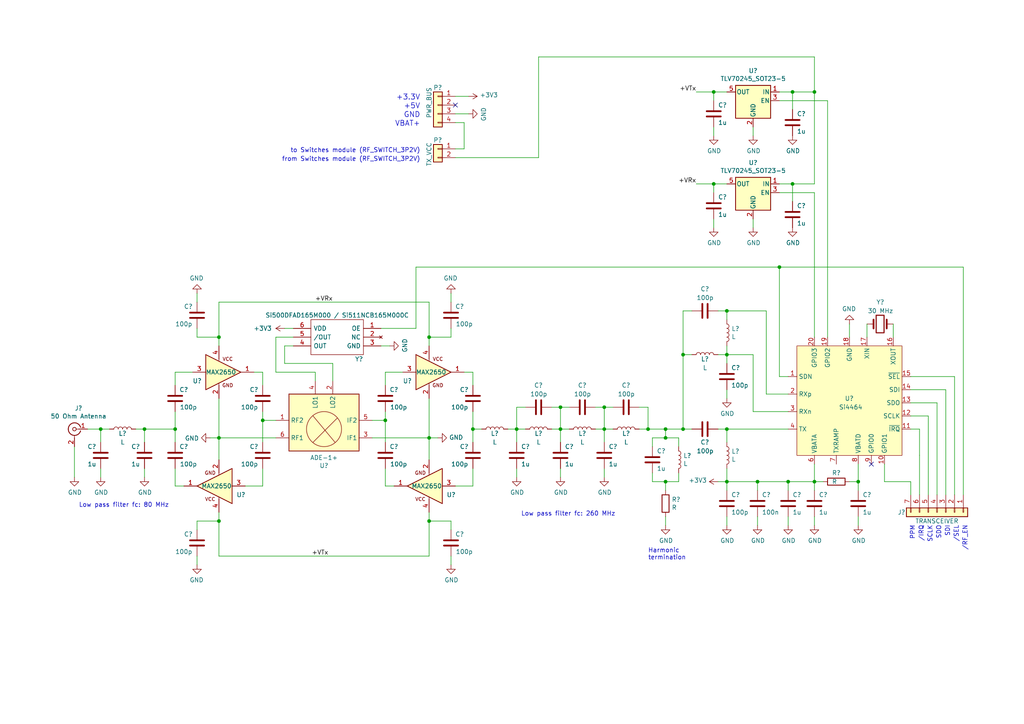
<source format=kicad_sch>
(kicad_sch (version 20230121) (generator eeschema)
  (paper "A4")
  (lib_symbols
    (symbol "RCTX-rescue:+3.3V-power" (power) (pin_names (offset 0))
      (property "Value" "+3.3V-power" (at 0 3.556 0))
      (symbol "+3.3V-power_0_1"
        (polyline (pts (xy -0.762 1.27) (xy 0 2.54)))
        (polyline (pts (xy 0 0) (xy 0 2.54)))
        (polyline (pts (xy 0 2.54) (xy 0.762 1.27)))
      )
      (symbol "+3.3V-power_1_1"
        (pin power_in line (at 0 0 90) (length 0) hide (name "+3V3") (number "1"))
      )
    )
    (symbol "RCTX-rescue:ADE-1+-RF_Mixer"
      (property "Reference" "U" (at -8.89 7.62 0))
      (property "Value" "RF_Mixer_ADE-1+" (at 6.35 7.62 0))
      (symbol "ADE-1+-RF_Mixer_0_1"
        (rectangle (start -10.16 6.35) (end 10.16 -10.16) (stroke (width 0.254)) (fill (type background)))
        (polyline (pts (xy -3.175 -3.81) (xy 3.175 3.81)))
        (polyline (pts (xy 3.81 -3.175) (xy -3.175 3.81)))
        (circle (center 0 0) (radius 5.08))
      )
      (symbol "ADE-1+-RF_Mixer_1_1"
        (pin bidirectional line (at -13.97 -2.54 0) (length 3.81) (name "RF2") (number "1"))
        (pin bidirectional line (at 2.54 -13.97 90) (length 3.81) (name "LO2") (number "2"))
        (pin input line (at 13.97 2.54 180) (length 3.81) (name "IF1") (number "3"))
        (pin bidirectional line (at -2.54 -13.97 90) (length 3.81) (name "LO1") (number "4"))
        (pin bidirectional line (at 13.97 -2.54 180) (length 3.81) (name "IF2") (number "5"))
        (pin bidirectional line (at -13.97 2.54 0) (length 3.81) (name "RF1") (number "6"))
      )
    )
    (symbol "RCTX-rescue:C-device" (pin_numbers hide) (pin_names (offset 0.254))
      (property "Reference" "C" (at 0.635 2.54 0))
      (property "Value" "device_C" (at 0.635 -2.54 0))
      (symbol "C-device_0_1"
        (polyline (pts (xy -2.032 -0.762) (xy 2.032 -0.762)) (stroke (width 0.508)))
        (polyline (pts (xy -2.032 0.762) (xy 2.032 0.762)) (stroke (width 0.508)))
      )
      (symbol "C-device_1_1"
        (pin passive line (at 0 3.81 270) (length 2.794) (name "~") (number "1"))
        (pin passive line (at 0 -3.81 90) (length 2.794) (name "~") (number "2"))
      )
    )
    (symbol "RCTX-rescue:Conn_01x02-conn" (pin_names (offset 1.016) hide)
      (property "Reference" "J" (at 0 2.54 0))
      (property "Value" "Conn_01x02-conn" (at 0 -5.08 0))
      (symbol "Conn_01x02-conn_1_1"
        (rectangle (start -1.27 -2.413) (end 0 -2.667) (stroke (width 0.1524)))
        (rectangle (start -1.27 0.127) (end 0 -0.127) (stroke (width 0.1524)))
        (rectangle (start -1.27 1.27) (end 1.27 -3.81) (stroke (width 0.254)) (fill (type background)))
        (pin passive line (at -5.08 0 0) (length 3.81) (name "Pin_1") (number "1"))
        (pin passive line (at -5.08 -2.54 0) (length 3.81) (name "Pin_2") (number "2"))
      )
    )
    (symbol "RCTX-rescue:Conn_01x04-conn" (pin_names (offset 1.016) hide)
      (property "Reference" "J" (at 0 5.08 0))
      (property "Value" "Conn_01x04-conn" (at 0 -7.62 0))
      (symbol "Conn_01x04-conn_1_1"
        (rectangle (start -1.27 -4.953) (end 0 -5.207) (stroke (width 0.1524)))
        (rectangle (start -1.27 -2.413) (end 0 -2.667) (stroke (width 0.1524)))
        (rectangle (start -1.27 0.127) (end 0 -0.127) (stroke (width 0.1524)))
        (rectangle (start -1.27 2.667) (end 0 2.413) (stroke (width 0.1524)))
        (rectangle (start -1.27 3.81) (end 1.27 -6.35) (stroke (width 0.254)) (fill (type background)))
        (pin passive line (at -5.08 2.54 0) (length 3.81) (name "Pin_1") (number "1"))
        (pin passive line (at -5.08 0 0) (length 3.81) (name "Pin_2") (number "2"))
        (pin passive line (at -5.08 -2.54 0) (length 3.81) (name "Pin_3") (number "3"))
        (pin passive line (at -5.08 -5.08 0) (length 3.81) (name "Pin_4") (number "4"))
      )
    )
    (symbol "RCTX-rescue:Conn_01x07-conn" (pin_names (offset 1.016) hide)
      (property "Reference" "J" (at 0 10.16 0))
      (property "Value" "conn_Conn_01x07" (at 0 -10.16 0))
      (symbol "Conn_01x07-conn_1_1"
        (rectangle (start -1.27 -7.493) (end 0 -7.747) (stroke (width 0.1524)))
        (rectangle (start -1.27 -4.953) (end 0 -5.207) (stroke (width 0.1524)))
        (rectangle (start -1.27 -2.413) (end 0 -2.667) (stroke (width 0.1524)))
        (rectangle (start -1.27 0.127) (end 0 -0.127) (stroke (width 0.1524)))
        (rectangle (start -1.27 2.667) (end 0 2.413) (stroke (width 0.1524)))
        (rectangle (start -1.27 5.207) (end 0 4.953) (stroke (width 0.1524)))
        (rectangle (start -1.27 7.747) (end 0 7.493) (stroke (width 0.1524)))
        (rectangle (start -1.27 8.89) (end 1.27 -8.89) (stroke (width 0.254)) (fill (type background)))
        (pin passive line (at -5.08 7.62 0) (length 3.81) (name "Pin_1") (number "1"))
        (pin passive line (at -5.08 5.08 0) (length 3.81) (name "Pin_2") (number "2"))
        (pin passive line (at -5.08 2.54 0) (length 3.81) (name "Pin_3") (number "3"))
        (pin passive line (at -5.08 0 0) (length 3.81) (name "Pin_4") (number "4"))
        (pin passive line (at -5.08 -2.54 0) (length 3.81) (name "Pin_5") (number "5"))
        (pin passive line (at -5.08 -5.08 0) (length 3.81) (name "Pin_6") (number "6"))
        (pin passive line (at -5.08 -7.62 0) (length 3.81) (name "Pin_7") (number "7"))
      )
    )
    (symbol "RCTX-rescue:Conn_Coaxial-conn" (pin_names (offset 1.016) hide)
      (property "Reference" "J" (at 0.254 3.048 0))
      (property "Value" "conn_Conn_Coaxial" (at 2.921 0 90))
      (symbol "Conn_Coaxial-conn_0_1"
        (arc (start -1.778 -0.508) (mid 0.2311 -1.8066) (end 1.778 0) (stroke (width 0.254)))
        (polyline (pts (xy -1.27 0) (xy -0.508 0)))
        (polyline (pts (xy 0 -2.54) (xy 0 -1.778)))
        (circle (center 0 0) (radius 0.508) (stroke (width 0.2032)))
        (arc (start 1.778 0) (mid 0.2099 1.8101) (end -1.778 0.508) (stroke (width 0.254)))
      )
      (symbol "Conn_Coaxial-conn_1_1"
        (pin passive line (at -3.81 0 0) (length 2.54) (name "In") (number "1"))
        (pin passive line (at 0 -5.08 90) (length 2.54) (name "Ext") (number "2"))
      )
    )
    (symbol "RCTX-rescue:Crystal-device" (pin_numbers hide) (pin_names (offset 1.016) hide)
      (property "Reference" "Y" (at 0 3.81 0))
      (property "Value" "device_Crystal" (at 0 -3.81 0))
      (symbol "Crystal-device_0_1"
        (rectangle (start -1.143 2.54) (end 1.143 -2.54) (stroke (width 0.3048)))
        (polyline (pts (xy -2.54 0) (xy -1.905 0)))
        (polyline (pts (xy -1.905 -1.27) (xy -1.905 1.27)) (stroke (width 0.508)))
        (polyline (pts (xy 1.905 -1.27) (xy 1.905 1.27)) (stroke (width 0.508)))
        (polyline (pts (xy 2.54 0) (xy 1.905 0)))
      )
      (symbol "Crystal-device_1_1"
        (pin passive line (at -3.81 0 0) (length 1.27) (name "1") (number "1"))
        (pin passive line (at 3.81 0 180) (length 1.27) (name "2") (number "2"))
      )
    )
    (symbol "RCTX-rescue:GND-power" (power) (pin_names (offset 0))
      (property "Value" "GND-power" (at 0 -3.81 0))
      (symbol "GND-power_0_1"
        (polyline (pts (xy 0 0) (xy 0 -1.27) (xy 1.27 -1.27) (xy 0 -2.54) (xy -1.27 -1.27) (xy 0 -1.27)))
      )
      (symbol "GND-power_1_1"
        (pin power_in line (at 0 0 270) (length 0) hide (name "GND") (number "1"))
      )
    )
    (symbol "RCTX-rescue:L-device" (pin_numbers hide) (pin_names (offset 1.016) hide)
      (property "Reference" "L" (at -1.27 0 90))
      (property "Value" "device_L" (at 1.905 0 90))
      (symbol "L-device_0_1"
        (arc (start 0 -2.54) (mid 0.6323 -1.905) (end 0 -1.27))
        (arc (start 0 -1.27) (mid 0.6323 -0.635) (end 0 0))
        (arc (start 0 0) (mid 0.6323 0.635) (end 0 1.27))
        (arc (start 0 1.27) (mid 0.6323 1.905) (end 0 2.54))
      )
      (symbol "L-device_1_1"
        (pin passive line (at 0 3.81 270) (length 1.27) (name "1") (number "1"))
        (pin passive line (at 0 -3.81 90) (length 1.27) (name "2") (number "2"))
      )
    )
    (symbol "RCTX-rescue:MAX2650-maxim_1" (pin_names (offset 1.016))
      (property "Reference" "U" (at 0 12.7 0))
      (property "Value" "maxim_1_MAX2650" (at 0 10.16 0))
      (symbol "MAX2650-maxim_1_0_0"
        (text "GND" (at 2.54 -3.81 0) (effects (font (size 1.016 1.016))))
        (text "VCC" (at 2.54 3.81 0) (effects (font (size 1.016 1.016))))
      )
      (symbol "MAX2650-maxim_1_0_1"
        (polyline (pts (xy 0 -3.81) (xy 0 -3.175)))
        (polyline (pts (xy 0 3.81) (xy 0 3.175)))
      )
      (symbol "MAX2650-maxim_1_1_1"
        (polyline (pts (xy -3.81 5.08) (xy -3.81 -5.08) (xy 6.35 0) (xy -3.81 5.08)) (stroke (width 0.254)) (fill (type background)))
        (pin input line (at 10.16 0 180) (length 3.81) (name "OUT") (number "1"))
        (pin power_in line (at 0 -7.62 90) (length 3.81) (name "GND") (number "2"))
        (pin input line (at -7.62 0 0) (length 3.81) (name "IN") (number "3"))
        (pin power_in line (at 0 7.62 270) (length 3.81) (name "VCC") (number "4"))
      )
    )
    (symbol "RCTX-rescue:R-device" (pin_numbers hide) (pin_names (offset 0))
      (property "Reference" "R" (at 2.032 0 90))
      (property "Value" "device_R" (at 0 0 90))
      (symbol "R-device_0_1"
        (rectangle (start -1.016 -2.54) (end 1.016 2.54) (stroke (width 0.254)))
      )
      (symbol "R-device_1_1"
        (pin passive line (at 0 3.81 270) (length 1.27) (name "~") (number "1"))
        (pin passive line (at 0 -3.81 90) (length 1.27) (name "~") (number "2"))
      )
    )
    (symbol "RCTX-rescue:Si4464-RF"
      (property "Reference" "U" (at 0 1.27 0))
      (property "Value" "RF_Si4464" (at 0 -1.27 0))
      (symbol "Si4464-RF_0_1"
        (rectangle (start -15.24 16.51) (end 15.24 -15.24) (fill (type background)))
        (rectangle (start 20.32 -15.24) (end 20.32 -15.24))
      )
      (symbol "Si4464-RF_1_1"
        (pin input line (at -17.78 7.62 0) (length 2.54) (name "SDN") (number "1"))
        (pin bidirectional line (at 10.16 -17.78 90) (length 2.54) (name "GPIO1") (number "10"))
        (pin open_collector line (at 17.78 -7.62 180) (length 2.54) (name "~{IRQ}") (number "11"))
        (pin input line (at 17.78 -3.81 180) (length 2.54) (name "SCLK") (number "12"))
        (pin output line (at 17.78 0 180) (length 2.54) (name "SDO") (number "13"))
        (pin input line (at 17.78 3.81 180) (length 2.54) (name "SDI") (number "14"))
        (pin input line (at 17.78 7.62 180) (length 2.54) (name "~{SEL}") (number "15"))
        (pin passive line (at 12.7 19.05 270) (length 2.54) (name "XOUT") (number "16"))
        (pin input line (at 5.08 19.05 270) (length 2.54) (name "XIN") (number "17"))
        (pin power_in line (at 0 19.05 270) (length 2.54) (name "GND") (number "18"))
        (pin bidirectional line (at -6.35 19.05 270) (length 2.54) (name "GPIO2") (number "19"))
        (pin input line (at -17.78 2.54 0) (length 2.54) (name "RXp") (number "2"))
        (pin bidirectional line (at -10.16 19.05 270) (length 2.54) (name "GPIO3") (number "20"))
        (pin power_in line (at 0 19.05 270) (length 2.54) hide (name "GND") (number "21"))
        (pin input line (at -17.78 -2.54 0) (length 2.54) (name "RXn") (number "3"))
        (pin output line (at -17.78 -7.62 0) (length 2.54) (name "TX") (number "4"))
        (pin no_connect line (at -17.78 -12.7 0) (length 2.54) hide (name "NC") (number "5"))
        (pin power_in line (at -10.16 -17.78 90) (length 2.54) (name "VBATA") (number "6"))
        (pin output line (at -3.81 -17.78 90) (length 2.54) (name "TXRAMP") (number "7"))
        (pin power_in line (at 2.54 -17.78 90) (length 2.54) (name "VBATD") (number "8"))
        (pin bidirectional line (at 6.35 -17.78 90) (length 2.54) (name "GPIO0") (number "9"))
      )
    )
    (symbol "RCTX-rescue:Si500D-Si500D" (pin_names (offset 0.762))
      (property "Reference" "Y" (at -1.27 6.35 0))
      (property "Value" "Si500D_Si500D" (at -2.54 -6.35 0))
      (symbol "Si500D-Si500D_0_0"
        (pin passive line (at -12.7 2.54 0) (length 5.08) (name "OE") (number "1"))
        (pin no_connect line (at -12.7 0 0) (length 5.08) (name "NC") (number "2"))
        (pin passive line (at -12.7 -2.54 0) (length 5.08) (name "GND") (number "3"))
        (pin passive line (at 12.7 -2.54 180) (length 5.08) (name "OUT") (number "4"))
        (pin passive line (at 12.7 0 180) (length 5.08) (name "/OUT") (number "5"))
        (pin passive line (at 12.7 2.54 180) (length 5.08) (name "VDD") (number "6"))
      )
      (symbol "Si500D-Si500D_0_1"
        (polyline (pts (xy -7.62 5.08) (xy 7.62 5.08) (xy 7.62 -5.08) (xy -7.62 -5.08) (xy -7.62 5.08)) (stroke (width 0.1524)))
      )
    )
    (symbol "RCTX-rescue:TLV70245_SOT23-5-regul" (pin_names (offset 0.254))
      (property "Reference" "U" (at -3.81 5.715 0))
      (property "Value" "regul_TLV70245_SOT23-5" (at 0 5.715 0))
      (symbol "TLV70245_SOT23-5-regul_0_1"
        (rectangle (start -5.08 4.445) (end 5.08 -5.08) (stroke (width 0.254)) (fill (type background)))
      )
      (symbol "TLV70245_SOT23-5-regul_1_1"
        (pin power_in line (at -7.62 2.54 0) (length 2.54) (name "IN") (number "1"))
        (pin power_in line (at 0 -7.62 90) (length 2.54) (name "GND") (number "2"))
        (pin input line (at -7.62 0 0) (length 2.54) (name "EN") (number "3"))
        (pin no_connect line (at 7.62 0 180) (length 2.54) hide (name "NC") (number "4"))
        (pin power_out line (at 7.62 2.54 180) (length 2.54) (name "OUT") (number "5"))
      )
    )
  )
  (junction (at 210.82 124.46))
  (junction (at 248.92 139.7))
  (junction (at 210.82 90.17))
  (junction (at 236.22 139.7))
  (junction (at 187.96 124.46))
  (junction (at 162.56 124.46))
  (junction (at 124.46 97.79))
  (junction (at 210.82 102.87))
  (junction (at 124.46 127))
  (junction (at 226.06 77.47))
  (junction (at 149.86 124.46))
  (junction (at 76.2 121.92))
  (junction (at 207.01 26.67))
  (junction (at 198.12 124.46))
  (junction (at 210.82 139.7))
  (junction (at 228.6 139.7))
  (junction (at 175.26 124.46))
  (junction (at 63.5 151.13))
  (junction (at 124.46 151.13))
  (junction (at 229.87 53.34))
  (junction (at 198.12 102.87))
  (junction (at 219.71 139.7))
  (junction (at 162.56 118.11))
  (junction (at 236.22 26.67))
  (junction (at 193.04 127))
  (junction (at 193.04 139.7))
  (junction (at 111.76 121.92))
  (junction (at 193.04 124.46))
  (junction (at 29.21 124.46))
  (junction (at 175.26 118.11))
  (junction (at 63.5 127))
  (junction (at 137.16 124.46))
  (junction (at 63.5 97.79))
  (junction (at 50.8 124.46))
  (junction (at 207.01 53.34))
  (junction (at 229.87 26.67))
  (junction (at 41.91 124.46))
  (no_connect (at 252.73 134.62))
  (no_connect (at 132.08 30.48))
  (wire (pts (xy 187.96 118.11) (xy 187.96 124.46)))
  (wire (pts (xy 29.21 124.46) (xy 29.21 128.27)))
  (wire (pts (xy 222.25 90.17) (xy 210.82 90.17)))
  (wire (pts (xy 137.16 119.38) (xy 137.16 124.46)))
  (wire (pts (xy 256.54 134.62) (xy 256.54 139.7)))
  (wire (pts (xy 175.26 118.11) (xy 177.8 118.11)))
  (wire (pts (xy 63.5 87.63) (xy 63.5 97.79)))
  (wire (pts (xy 185.42 118.11) (xy 187.96 118.11)))
  (wire (pts (xy 80.01 107.95) (xy 80.01 97.79)))
  (wire (pts (xy 207.01 26.67) (xy 201.93 26.67)))
  (wire (pts (xy 198.12 124.46) (xy 198.12 102.87)))
  (wire (pts (xy 41.91 124.46) (xy 50.8 124.46)))
  (wire (pts (xy 210.82 149.86) (xy 210.82 152.4)))
  (wire (pts (xy 226.06 29.21) (xy 240.03 29.21)))
  (wire (pts (xy 111.76 107.95) (xy 111.76 111.76)))
  (wire (pts (xy 149.86 124.46) (xy 149.86 118.11)))
  (wire (pts (xy 63.5 97.79) (xy 63.5 100.33)))
  (wire (pts (xy 228.6 139.7) (xy 219.71 139.7)))
  (wire (pts (xy 39.37 124.46) (xy 41.91 124.46)))
  (wire (pts (xy 246.38 93.98) (xy 246.38 97.79)))
  (wire (pts (xy 63.5 87.63) (xy 124.46 87.63)))
  (wire (pts (xy 114.3 140.97) (xy 111.76 140.97)))
  (wire (pts (xy 246.38 139.7) (xy 248.92 139.7)))
  (wire (pts (xy 264.16 139.7) (xy 256.54 139.7)))
  (wire (pts (xy 107.95 121.92) (xy 111.76 121.92)))
  (wire (pts (xy 85.09 95.25) (xy 82.55 95.25)))
  (wire (pts (xy 198.12 124.46) (xy 193.04 124.46)))
  (wire (pts (xy 124.46 148.59) (xy 124.46 151.13)))
  (wire (pts (xy 111.76 119.38) (xy 111.76 121.92)))
  (wire (pts (xy 76.2 107.95) (xy 76.2 111.76)))
  (wire (pts (xy 162.56 124.46) (xy 160.02 124.46)))
  (wire (pts (xy 271.78 143.51) (xy 271.78 116.84)))
  (wire (pts (xy 124.46 151.13) (xy 130.81 151.13)))
  (wire (pts (xy 189.23 139.7) (xy 193.04 139.7)))
  (wire (pts (xy 156.21 16.51) (xy 236.22 16.51)))
  (wire (pts (xy 137.16 124.46) (xy 137.16 128.27)))
  (wire (pts (xy 276.86 109.22) (xy 264.16 109.22)))
  (wire (pts (xy 229.87 31.75) (xy 229.87 26.67)))
  (wire (pts (xy 135.89 27.94) (xy 132.08 27.94)))
  (wire (pts (xy 271.78 116.84) (xy 264.16 116.84)))
  (wire (pts (xy 279.4 77.47) (xy 279.4 143.51)))
  (wire (pts (xy 207.01 63.5) (xy 207.01 66.04)))
  (wire (pts (xy 207.01 29.21) (xy 207.01 26.67)))
  (wire (pts (xy 130.81 151.13) (xy 130.81 153.67)))
  (wire (pts (xy 162.56 135.89) (xy 162.56 138.43)))
  (wire (pts (xy 175.26 124.46) (xy 175.26 118.11)))
  (wire (pts (xy 124.46 127) (xy 124.46 133.35)))
  (wire (pts (xy 210.82 102.87) (xy 208.28 102.87)))
  (wire (pts (xy 162.56 124.46) (xy 162.56 118.11)))
  (wire (pts (xy 124.46 97.79) (xy 124.46 100.33)))
  (wire (pts (xy 210.82 102.87) (xy 210.82 105.41)))
  (wire (pts (xy 266.7 143.51) (xy 266.7 124.46)))
  (wire (pts (xy 228.6 124.46) (xy 210.82 124.46)))
  (wire (pts (xy 198.12 102.87) (xy 198.12 90.17)))
  (wire (pts (xy 189.23 129.54) (xy 189.23 127)))
  (wire (pts (xy 175.26 128.27) (xy 175.26 124.46)))
  (wire (pts (xy 82.55 105.41) (xy 96.52 105.41)))
  (wire (pts (xy 198.12 102.87) (xy 200.66 102.87)))
  (wire (pts (xy 236.22 16.51) (xy 236.22 26.67)))
  (wire (pts (xy 76.2 140.97) (xy 76.2 135.89)))
  (wire (pts (xy 162.56 128.27) (xy 162.56 124.46)))
  (wire (pts (xy 76.2 107.95) (xy 73.66 107.95)))
  (wire (pts (xy 149.86 128.27) (xy 149.86 124.46)))
  (wire (pts (xy 57.15 163.83) (xy 57.15 161.29)))
  (wire (pts (xy 274.32 113.03) (xy 264.16 113.03)))
  (wire (pts (xy 187.96 124.46) (xy 193.04 124.46)))
  (wire (pts (xy 236.22 26.67) (xy 236.22 53.34)))
  (wire (pts (xy 210.82 135.89) (xy 210.82 139.7)))
  (wire (pts (xy 156.21 45.72) (xy 156.21 16.51)))
  (wire (pts (xy 124.46 87.63) (xy 124.46 97.79)))
  (wire (pts (xy 196.85 139.7) (xy 196.85 137.16)))
  (wire (pts (xy 226.06 26.67) (xy 229.87 26.67)))
  (wire (pts (xy 229.87 53.34) (xy 236.22 53.34)))
  (wire (pts (xy 149.86 135.89) (xy 149.86 138.43)))
  (wire (pts (xy 207.01 53.34) (xy 201.93 53.34)))
  (wire (pts (xy 228.6 109.22) (xy 226.06 109.22)))
  (wire (pts (xy 208.28 124.46) (xy 210.82 124.46)))
  (wire (pts (xy 25.4 124.46) (xy 29.21 124.46)))
  (wire (pts (xy 41.91 124.46) (xy 41.91 128.27)))
  (wire (pts (xy 236.22 139.7) (xy 238.76 139.7)))
  (wire (pts (xy 228.6 142.24) (xy 228.6 139.7)))
  (wire (pts (xy 50.8 135.89) (xy 50.8 140.97)))
  (wire (pts (xy 71.12 140.97) (xy 76.2 140.97)))
  (wire (pts (xy 219.71 142.24) (xy 219.71 139.7)))
  (wire (pts (xy 240.03 29.21) (xy 240.03 97.79)))
  (wire (pts (xy 175.26 124.46) (xy 172.72 124.46)))
  (wire (pts (xy 50.8 140.97) (xy 53.34 140.97)))
  (wire (pts (xy 219.71 152.4) (xy 219.71 149.86)))
  (wire (pts (xy 264.16 143.51) (xy 264.16 139.7)))
  (wire (pts (xy 111.76 140.97) (xy 111.76 135.89)))
  (wire (pts (xy 219.71 139.7) (xy 210.82 139.7)))
  (wire (pts (xy 137.16 140.97) (xy 137.16 135.89)))
  (wire (pts (xy 21.59 138.43) (xy 21.59 129.54)))
  (wire (pts (xy 132.08 35.56) (xy 134.62 35.56)))
  (wire (pts (xy 137.16 107.95) (xy 137.16 111.76)))
  (wire (pts (xy 177.8 124.46) (xy 175.26 124.46)))
  (wire (pts (xy 57.15 97.79) (xy 57.15 95.25)))
  (wire (pts (xy 248.92 142.24) (xy 248.92 139.7)))
  (wire (pts (xy 50.8 119.38) (xy 50.8 124.46)))
  (wire (pts (xy 60.96 127) (xy 63.5 127)))
  (wire (pts (xy 266.7 124.46) (xy 264.16 124.46)))
  (wire (pts (xy 85.09 97.79) (xy 80.01 97.79)))
  (wire (pts (xy 189.23 127) (xy 193.04 127)))
  (wire (pts (xy 50.8 107.95) (xy 55.88 107.95)))
  (wire (pts (xy 226.06 55.88) (xy 236.22 55.88)))
  (wire (pts (xy 226.06 53.34) (xy 229.87 53.34)))
  (wire (pts (xy 210.82 100.33) (xy 210.82 102.87)))
  (wire (pts (xy 50.8 107.95) (xy 50.8 111.76)))
  (wire (pts (xy 63.5 127) (xy 63.5 133.35)))
  (wire (pts (xy 120.65 95.25) (xy 110.49 95.25)))
  (wire (pts (xy 124.46 115.57) (xy 124.46 127)))
  (wire (pts (xy 91.44 107.95) (xy 91.44 110.49)))
  (wire (pts (xy 116.84 107.95) (xy 111.76 107.95)))
  (wire (pts (xy 124.46 97.79) (xy 130.81 97.79)))
  (wire (pts (xy 274.32 143.51) (xy 274.32 113.03)))
  (wire (pts (xy 172.72 118.11) (xy 175.26 118.11)))
  (wire (pts (xy 236.22 139.7) (xy 236.22 134.62)))
  (wire (pts (xy 207.01 36.83) (xy 207.01 39.37)))
  (wire (pts (xy 236.22 152.4) (xy 236.22 149.86)))
  (wire (pts (xy 31.75 124.46) (xy 29.21 124.46)))
  (wire (pts (xy 226.06 77.47) (xy 226.06 109.22)))
  (wire (pts (xy 236.22 142.24) (xy 236.22 139.7)))
  (wire (pts (xy 132.08 33.02) (xy 135.89 33.02)))
  (wire (pts (xy 229.87 26.67) (xy 236.22 26.67)))
  (wire (pts (xy 198.12 90.17) (xy 200.66 90.17)))
  (wire (pts (xy 196.85 127) (xy 196.85 129.54)))
  (wire (pts (xy 132.08 45.72) (xy 156.21 45.72)))
  (wire (pts (xy 229.87 58.42) (xy 229.87 53.34)))
  (wire (pts (xy 76.2 119.38) (xy 76.2 121.92)))
  (wire (pts (xy 226.06 77.47) (xy 279.4 77.47)))
  (wire (pts (xy 187.96 124.46) (xy 185.42 124.46)))
  (wire (pts (xy 134.62 35.56) (xy 134.62 43.18)))
  (wire (pts (xy 218.44 119.38) (xy 218.44 102.87)))
  (wire (pts (xy 198.12 124.46) (xy 200.66 124.46)))
  (wire (pts (xy 189.23 137.16) (xy 189.23 139.7)))
  (wire (pts (xy 210.82 124.46) (xy 210.82 128.27)))
  (wire (pts (xy 63.5 151.13) (xy 63.5 148.59)))
  (wire (pts (xy 193.04 139.7) (xy 196.85 139.7)))
  (wire (pts (xy 130.81 87.63) (xy 130.81 85.09)))
  (wire (pts (xy 236.22 55.88) (xy 236.22 97.79)))
  (wire (pts (xy 259.08 93.98) (xy 259.08 97.79)))
  (wire (pts (xy 276.86 143.51) (xy 276.86 109.22)))
  (wire (pts (xy 175.26 135.89) (xy 175.26 138.43)))
  (wire (pts (xy 50.8 124.46) (xy 50.8 128.27)))
  (wire (pts (xy 124.46 127) (xy 127 127)))
  (wire (pts (xy 130.81 163.83) (xy 130.81 161.29)))
  (wire (pts (xy 57.15 87.63) (xy 57.15 85.09)))
  (wire (pts (xy 218.44 36.83) (xy 218.44 39.37)))
  (wire (pts (xy 226.06 77.47) (xy 120.65 77.47)))
  (wire (pts (xy 218.44 63.5) (xy 218.44 66.04)))
  (wire (pts (xy 134.62 43.18) (xy 132.08 43.18)))
  (wire (pts (xy 193.04 127) (xy 193.04 124.46)))
  (wire (pts (xy 210.82 26.67) (xy 207.01 26.67)))
  (wire (pts (xy 210.82 92.71) (xy 210.82 90.17)))
  (wire (pts (xy 269.24 120.65) (xy 264.16 120.65)))
  (wire (pts (xy 85.09 100.33) (xy 82.55 100.33)))
  (wire (pts (xy 222.25 114.3) (xy 228.6 114.3)))
  (wire (pts (xy 269.24 143.51) (xy 269.24 120.65)))
  (wire (pts (xy 76.2 121.92) (xy 76.2 128.27)))
  (wire (pts (xy 149.86 118.11) (xy 152.4 118.11)))
  (wire (pts (xy 160.02 118.11) (xy 162.56 118.11)))
  (wire (pts (xy 63.5 161.29) (xy 124.46 161.29)))
  (wire (pts (xy 80.01 121.92) (xy 76.2 121.92)))
  (wire (pts (xy 120.65 77.47) (xy 120.65 95.25)))
  (wire (pts (xy 63.5 161.29) (xy 63.5 151.13)))
  (wire (pts (xy 80.01 107.95) (xy 91.44 107.95)))
  (wire (pts (xy 228.6 119.38) (xy 218.44 119.38)))
  (wire (pts (xy 139.7 124.46) (xy 137.16 124.46)))
  (wire (pts (xy 41.91 135.89) (xy 41.91 138.43)))
  (wire (pts (xy 251.46 93.98) (xy 251.46 97.79)))
  (wire (pts (xy 96.52 105.41) (xy 96.52 110.49)))
  (wire (pts (xy 210.82 139.7) (xy 210.82 142.24)))
  (wire (pts (xy 248.92 152.4) (xy 248.92 149.86)))
  (wire (pts (xy 218.44 102.87) (xy 210.82 102.87)))
  (wire (pts (xy 82.55 100.33) (xy 82.55 105.41)))
  (wire (pts (xy 207.01 55.88) (xy 207.01 53.34)))
  (wire (pts (xy 110.49 100.33) (xy 113.03 100.33)))
  (wire (pts (xy 63.5 97.79) (xy 57.15 97.79)))
  (wire (pts (xy 57.15 151.13) (xy 57.15 153.67)))
  (wire (pts (xy 29.21 135.89) (xy 29.21 138.43)))
  (wire (pts (xy 210.82 90.17) (xy 208.28 90.17)))
  (wire (pts (xy 193.04 149.86) (xy 193.04 152.4)))
  (wire (pts (xy 222.25 90.17) (xy 222.25 114.3)))
  (wire (pts (xy 248.92 134.62) (xy 248.92 139.7)))
  (wire (pts (xy 111.76 121.92) (xy 111.76 128.27)))
  (wire (pts (xy 236.22 139.7) (xy 228.6 139.7)))
  (wire (pts (xy 124.46 151.13) (xy 124.46 161.29)))
  (wire (pts (xy 130.81 97.79) (xy 130.81 95.25)))
  (wire (pts (xy 193.04 127) (xy 196.85 127)))
  (wire (pts (xy 208.28 139.7) (xy 210.82 139.7)))
  (wire (pts (xy 107.95 127) (xy 124.46 127)))
  (wire (pts (xy 228.6 152.4) (xy 228.6 149.86)))
  (wire (pts (xy 162.56 118.11) (xy 165.1 118.11)))
  (wire (pts (xy 63.5 127) (xy 80.01 127)))
  (wire (pts (xy 63.5 115.57) (xy 63.5 127)))
  (wire (pts (xy 210.82 53.34) (xy 207.01 53.34)))
  (wire (pts (xy 210.82 113.03) (xy 210.82 115.57)))
  (wire (pts (xy 132.08 140.97) (xy 137.16 140.97)))
  (wire (pts (xy 165.1 124.46) (xy 162.56 124.46)))
  (wire (pts (xy 193.04 142.24) (xy 193.04 139.7)))
  (wire (pts (xy 63.5 151.13) (xy 57.15 151.13)))
  (wire (pts (xy 152.4 124.46) (xy 149.86 124.46)))
  (wire (pts (xy 137.16 107.95) (xy 134.62 107.95)))
  (wire (pts (xy 149.86 124.46) (xy 147.32 124.46)))
  (text "SDO" (at 273.05 152.4 90) (effects (font (size 1.27 1.27)) (justify right bottom)))
  (text "+5V" (at 121.92 31.75 0) (effects (font (size 1.524 1.524)) (justify right bottom)))
  (text "/RF_EN" (at 280.67 152.4 90) (effects (font (size 1.27 1.27)) (justify right bottom)))
  (text "SCLK" (at 270.51 152.4 90) (effects (font (size 1.27 1.27)) (justify right bottom)))
  (text "PPM" (at 265.43 152.4 90) (effects (font (size 1.27 1.27)) (justify right bottom)))
  (text "GND" (at 121.92 34.29 0) (effects (font (size 1.524 1.524)) (justify right bottom)))
  (text "to Switches module (RF_SWITCH_3P2V)" (at 121.92 44.45 0) (effects (font (size 1.27 1.27)) (justify right bottom)))
  (text "/SEL" (at 278.13 152.4 90) (effects (font (size 1.27 1.27)) (justify right bottom)))
  (text "+3.3V" (at 121.92 29.21 0) (effects (font (size 1.524 1.524)) (justify right bottom)))
  (text "Low pass filter fc: 80 MHz" (at 22.86 147.32 0) (effects (font (size 1.27 1.27)) (justify left bottom)))
  (text "VBAT+" (at 121.92 36.83 0) (effects (font (size 1.524 1.524)) (justify right bottom)))
  (text "Low pass filter fc: 260 MHz" (at 151.13 149.86 0) (effects (font (size 1.27 1.27)) (justify left bottom)))
  (text "Harmonic\ntermination" (at 187.96 162.56 0) (effects (font (size 1.27 1.27)) (justify left bottom)))
  (text "from Switches module (RF_SWITCH_3P2V)" (at 121.92 46.99 0) (effects (font (size 1.27 1.27)) (justify right bottom)))
  (text "/IRQ" (at 267.97 152.4 90) (effects (font (size 1.27 1.27)) (justify right bottom)))
  (text "SDI" (at 275.59 152.4 90) (effects (font (size 1.27 1.27)) (justify right bottom)))
  (label "+VRx" (at 201.93 53.34 180))
  (label "+VRx" (at 96.52 87.63 180))
  (label "+VTx" (at 95.25 161.29 180))
  (label "+VTx" (at 201.93 26.67 180))
  (symbol (lib_id "RCTX-rescue:Si4464-RF") (at 246.38 116.84 0) (unit 1)
    (property "Reference" "U?" (at 247.65 115.57 0) (effects (justify right)))
    (property "Value" "Si4464" (at 250.19 118.11 0) (effects (justify right)))
    (property "Footprint" "Package_DFN_QFN:QFN-20-1EP_4x4mm_P0.5mm_EP2.6x2.6mm_ThermalVias" (effects hide))
    (property "Datasheet" "https://www.silabs.com/documents/public/data-sheets/Si4464-63-61-60.pdf" (effects hide))
  )
  (symbol (lib_id "RCTX-rescue:R-device") (at 242.57 139.7 270) (unit 1)
    (property "Reference" "R?" (at 241.3 137.16 90) (effects (justify left)))
    (property "Value" "R" (at 241.3 139.7 90) (effects (justify left)))
  )
  (symbol (lib_id "RCTX-rescue:C-device") (at 248.92 146.05 0) (unit 1)
    (property "Reference" "C?" (at 250.19 143.51 0) (effects (justify left)))
    (property "Value" "1u" (at 250.19 148.59 0) (effects (justify left)))
  )
  (symbol (lib_id "RCTX-rescue:GND-power") (at 248.92 152.4 0) (unit 1)
    (property "Reference" "#PWR?" (effects hide))
    (property "Value" "GND" (at 249.047 156.7942 0))
  )
  (symbol (lib_id "RCTX-rescue:C-device") (at 236.22 146.05 0) (unit 1)
    (property "Reference" "C?" (at 237.49 143.51 0) (effects (justify left)))
    (property "Value" "1u" (at 237.49 148.59 0) (effects (justify left)))
  )
  (symbol (lib_id "RCTX-rescue:GND-power") (at 236.22 152.4 0) (unit 1)
    (property "Reference" "#PWR?" (effects hide))
    (property "Value" "GND" (at 236.347 156.7942 0))
  )
  (symbol (lib_id "RCTX-rescue:GND-power") (at 246.38 93.98 180) (unit 1)
    (property "Reference" "#PWR?" (effects hide))
    (property "Value" "GND" (at 246.253 89.5858 0))
  )
  (symbol (lib_id "RCTX-rescue:+3.3V-power") (at 208.28 139.7 90) (unit 1)
    (property "Reference" "#PWR?" (effects hide))
    (property "Value" "+3.3V" (at 205.0288 139.319 90) (effects (justify left)))
  )
  (symbol (lib_id "RCTX-rescue:C-device") (at 210.82 146.05 0) (unit 1)
    (property "Reference" "C?" (at 212.09 143.51 0) (effects (justify left)))
    (property "Value" "100p" (at 212.09 148.59 0) (effects (justify left)))
  )
  (symbol (lib_id "RCTX-rescue:C-device") (at 219.71 146.05 0) (unit 1)
    (property "Reference" "C?" (at 220.98 143.51 0) (effects (justify left)))
    (property "Value" "100n" (at 220.98 148.59 0) (effects (justify left)))
  )
  (symbol (lib_id "RCTX-rescue:C-device") (at 228.6 146.05 0) (unit 1)
    (property "Reference" "C?" (at 229.87 143.51 0) (effects (justify left)))
    (property "Value" "1u" (at 229.87 148.59 0) (effects (justify left)))
  )
  (symbol (lib_id "RCTX-rescue:GND-power") (at 228.6 152.4 0) (unit 1)
    (property "Reference" "#PWR?" (effects hide))
    (property "Value" "GND" (at 228.727 156.7942 0))
  )
  (symbol (lib_id "RCTX-rescue:GND-power") (at 219.71 152.4 0) (unit 1)
    (property "Reference" "#PWR?" (effects hide))
    (property "Value" "GND" (at 219.837 156.7942 0))
  )
  (symbol (lib_id "RCTX-rescue:GND-power") (at 210.82 152.4 0) (unit 1)
    (property "Reference" "#PWR?" (effects hide))
    (property "Value" "GND" (at 210.947 156.7942 0))
  )
  (symbol (lib_id "RCTX-rescue:L-device") (at 210.82 132.08 0) (unit 1)
    (property "Reference" "L?" (at 212.1662 130.9116 0) (effects (justify left)))
    (property "Value" "L" (at 212.1662 133.223 0) (effects (justify left)))
  )
  (symbol (lib_id "RCTX-rescue:C-device") (at 210.82 109.22 0) (unit 1)
    (property "Reference" "C?" (at 212.09 106.68 0) (effects (justify left)))
    (property "Value" "100p" (at 212.09 111.76 0) (effects (justify left)))
  )
  (symbol (lib_id "RCTX-rescue:C-device") (at 204.47 90.17 90) (unit 1)
    (property "Reference" "C?" (at 205.74 83.82 90) (effects (justify left)))
    (property "Value" "100p" (at 207.01 86.36 90) (effects (justify left)))
  )
  (symbol (lib_id "RCTX-rescue:L-device") (at 210.82 96.52 0) (unit 1)
    (property "Reference" "L?" (at 212.1662 95.3516 0) (effects (justify left)))
    (property "Value" "L" (at 212.1662 97.663 0) (effects (justify left)))
  )
  (symbol (lib_id "RCTX-rescue:C-device") (at 204.47 124.46 90) (unit 1)
    (property "Reference" "C?" (at 205.74 128.27 90) (effects (justify left)))
    (property "Value" "100p" (at 207.01 130.81 90) (effects (justify left)))
  )
  (symbol (lib_id "RCTX-rescue:Crystal-device") (at 255.27 93.98 180) (unit 1)
    (property "Reference" "Y?" (at 256.54 87.63 0) (effects (justify left)))
    (property "Value" "30 MHz" (at 259.08 90.17 0) (effects (justify left)))
  )
  (symbol (lib_id "RCTX-rescue:GND-power") (at 210.82 115.57 0) (unit 1)
    (property "Reference" "#PWR?" (effects hide))
    (property "Value" "GND" (at 210.947 119.9642 0))
  )
  (symbol (lib_id "RCTX-rescue:C-device") (at 189.23 133.35 0) (unit 1)
    (property "Reference" "C?" (at 190.5 130.81 0) (effects (justify left)))
    (property "Value" "1u" (at 190.5 135.89 0) (effects (justify left)))
  )
  (symbol (lib_id "RCTX-rescue:L-device") (at 181.61 124.46 90) (unit 1)
    (property "Reference" "L?" (at 181.61 125.73 90))
    (property "Value" "L" (at 181.61 128.27 90))
  )
  (symbol (lib_id "RCTX-rescue:C-device") (at 175.26 132.08 0) (unit 1)
    (property "Reference" "C?" (at 176.53 129.54 0) (effects (justify left)))
    (property "Value" "1u" (at 176.53 134.62 0) (effects (justify left)))
  )
  (symbol (lib_id "RCTX-rescue:GND-power") (at 193.04 152.4 0) (unit 1)
    (property "Reference" "#PWR?" (effects hide))
    (property "Value" "GND" (at 193.167 156.7942 0))
  )
  (symbol (lib_id "RCTX-rescue:GND-power") (at 175.26 138.43 0) (unit 1)
    (property "Reference" "#PWR?" (effects hide))
    (property "Value" "GND" (at 175.387 142.8242 0))
  )
  (symbol (lib_id "RCTX-rescue:L-device") (at 168.91 124.46 90) (unit 1)
    (property "Reference" "L?" (at 168.91 125.73 90))
    (property "Value" "L" (at 168.91 128.27 90))
  )
  (symbol (lib_id "RCTX-rescue:C-device") (at 137.16 132.08 0) (mirror x) (unit 1)
    (property "Reference" "C?" (at 133.35 129.54 0) (effects (justify left)))
    (property "Value" "100p" (at 130.81 134.62 0) (effects (justify left)))
  )
  (symbol (lib_id "RCTX-rescue:C-device") (at 137.16 115.57 0) (mirror x) (unit 1)
    (property "Reference" "C?" (at 133.35 113.03 0) (effects (justify left)))
    (property "Value" "100p" (at 130.81 118.11 0) (effects (justify left)))
  )
  (symbol (lib_id "RCTX-rescue:TLV70245_SOT23-5-regul") (at 218.44 29.21 0) (mirror y) (unit 1)
    (property "Reference" "U?" (at 218.44 20.5232 0))
    (property "Value" "TLV70245_SOT23-5" (at 218.44 22.8346 0))
    (property "Footprint" "TO_SOT_Packages_SMD:SOT-23-5" (effects hide))
    (property "Datasheet" "http://www.ti.com/lit/ds/symlink/tlv702.pdf" (effects hide))
  )
  (symbol (lib_id "RCTX-rescue:TLV70245_SOT23-5-regul") (at 218.44 55.88 0) (mirror y) (unit 1)
    (property "Reference" "U?" (at 218.44 47.1932 0))
    (property "Value" "TLV70245_SOT23-5" (at 218.44 49.5046 0))
    (property "Footprint" "TO_SOT_Packages_SMD:SOT-23-5" (effects hide))
    (property "Datasheet" "http://www.ti.com/lit/ds/symlink/tlv702.pdf" (effects hide))
  )
  (symbol (lib_id "RCTX-rescue:GND-power") (at 218.44 39.37 0) (unit 1)
    (property "Reference" "#PWR?" (effects hide))
    (property "Value" "GND" (at 218.567 43.7642 0))
  )
  (symbol (lib_id "RCTX-rescue:GND-power") (at 218.44 66.04 0) (unit 1)
    (property "Reference" "#PWR?" (effects hide))
    (property "Value" "GND" (at 218.567 70.4342 0))
  )
  (symbol (lib_id "RCTX-rescue:C-device") (at 229.87 35.56 0) (unit 1)
    (property "Reference" "C?" (at 231.14 33.02 0) (effects (justify left)))
    (property "Value" "1u" (at 231.14 38.1 0) (effects (justify left)))
  )
  (symbol (lib_id "RCTX-rescue:C-device") (at 229.87 62.23 0) (unit 1)
    (property "Reference" "C?" (at 231.14 59.69 0) (effects (justify left)))
    (property "Value" "1u" (at 231.14 64.77 0) (effects (justify left)))
  )
  (symbol (lib_id "RCTX-rescue:GND-power") (at 229.87 66.04 0) (unit 1)
    (property "Reference" "#PWR?" (effects hide))
    (property "Value" "GND" (at 229.997 70.4342 0))
  )
  (symbol (lib_id "RCTX-rescue:GND-power") (at 229.87 39.37 0) (unit 1)
    (property "Reference" "#PWR?" (effects hide))
    (property "Value" "GND" (at 229.997 43.7642 0))
  )
  (symbol (lib_id "RCTX-rescue:C-device") (at 207.01 33.02 0) (unit 1)
    (property "Reference" "C?" (at 208.28 30.48 0) (effects (justify left)))
    (property "Value" "1u" (at 208.28 35.56 0) (effects (justify left)))
  )
  (symbol (lib_id "RCTX-rescue:C-device") (at 207.01 59.69 0) (unit 1)
    (property "Reference" "C?" (at 208.28 57.15 0) (effects (justify left)))
    (property "Value" "1u" (at 208.28 62.23 0) (effects (justify left)))
  )
  (symbol (lib_id "RCTX-rescue:GND-power") (at 207.01 39.37 0) (unit 1)
    (property "Reference" "#PWR?" (effects hide))
    (property "Value" "GND" (at 207.137 43.7642 0))
  )
  (symbol (lib_id "RCTX-rescue:GND-power") (at 207.01 66.04 0) (unit 1)
    (property "Reference" "#PWR?" (effects hide))
    (property "Value" "GND" (at 207.137 70.4342 0))
  )
  (symbol (lib_id "RCTX-rescue:GND-power") (at 57.15 163.83 0) (mirror y) (unit 1)
    (property "Reference" "#PWR?" (effects hide))
    (property "Value" "GND" (at 57.023 168.2242 0))
  )
  (symbol (lib_id "RCTX-rescue:GND-power") (at 57.15 85.09 180) (unit 1)
    (property "Reference" "#PWR?" (effects hide))
    (property "Value" "GND" (at 57.023 80.6958 0))
  )
  (symbol (lib_id "RCTX-rescue:MAX2650-maxim_1") (at 63.5 140.97 180) (unit 1)
    (property "Reference" "U?" (at 68.58 143.51 0) (effects (justify right)))
    (property "Value" "MAX2650" (at 58.42 140.97 0) (effects (justify right)))
    (property "Footprint" "smd-semi:SOT-143" (effects hide))
    (property "Datasheet" "https://datasheets.maximintegrated.com/en/ds/MAX2650.pdf" (effects hide))
    (property "BOM" "IC Maxim MAX2650" (effects hide))
  )
  (symbol (lib_id "RCTX-rescue:MAX2650-maxim_1") (at 63.5 107.95 0) (unit 1)
    (property "Reference" "U?" (at 55.88 110.49 0) (effects (justify left)))
    (property "Value" "MAX2650" (at 59.69 107.95 0) (effects (justify left)))
    (property "Footprint" "smd-semi:SOT-143" (effects hide))
    (property "Datasheet" "https://datasheets.maximintegrated.com/en/ds/MAX2650.pdf" (effects hide))
    (property "BOM" "IC Maxim MAX2650" (effects hide))
  )
  (symbol (lib_id "RCTX-rescue:MAX2650-maxim_1") (at 124.46 140.97 180) (unit 1)
    (property "Reference" "U?" (at 129.54 143.51 0) (effects (justify right)))
    (property "Value" "MAX2650" (at 119.38 140.97 0) (effects (justify right)))
    (property "Footprint" "smd-semi:SOT-143" (effects hide))
    (property "Datasheet" "https://datasheets.maximintegrated.com/en/ds/MAX2650.pdf" (effects hide))
    (property "BOM" "IC Maxim MAX2650" (effects hide))
  )
  (symbol (lib_id "RCTX-rescue:MAX2650-maxim_1") (at 124.46 107.95 0) (unit 1)
    (property "Reference" "U?" (at 116.84 110.49 0) (effects (justify left)))
    (property "Value" "MAX2650" (at 120.65 107.95 0) (effects (justify left)))
    (property "Footprint" "smd-semi:SOT-143" (effects hide))
    (property "Datasheet" "https://datasheets.maximintegrated.com/en/ds/MAX2650.pdf" (effects hide))
    (property "BOM" "IC Maxim MAX2650" (effects hide))
  )
  (symbol (lib_id "RCTX-rescue:ADE-1+-RF_Mixer") (at 93.98 124.46 0) (mirror x) (unit 1)
    (property "Reference" "U?" (at 93.98 135.0518 0))
    (property "Value" "ADE-1+" (at 93.98 132.7404 0))
    (property "Footprint" "RF_Mini-Circuits:Mini-Circuits_CD542_LandPatternPL-052" (effects hide))
    (property "Datasheet" "https://www.minicircuits.com/pdfs/ADE-6.pdf" (effects hide))
  )
  (symbol (lib_id "RCTX-rescue:GND-power") (at 130.81 85.09 180) (unit 1)
    (property "Reference" "#PWR?" (effects hide))
    (property "Value" "GND" (at 130.683 80.6958 0))
  )
  (symbol (lib_id "RCTX-rescue:Si500D-Si500D") (at 97.79 97.79 0) (mirror y) (unit 1)
    (property "Reference" "Y?" (at 104.14 104.14 0))
    (property "Value" "Si500DFAD165M000 / Si511NCB165M000C" (at 97.79 91.44 0))
    (property "Footprint" "Si500D" (effects hide))
    (property "Datasheet" "https://www.mouser.com/datasheet/2/368/Si500D-1397771.pdf" (effects hide))
    (property "Description" "Standard Clock Oscillators" (effects hide))
    (property "Height" "0.9" (effects hide))
    (property "Manufacturer_Name" "Silicon Labs" (effects hide))
    (property "Manufacturer_Part_Number" "Si500D" (effects hide))
    (property "Mouser Part Number" "N/A" (effects hide))
    (property "Mouser Price/Stock" "https://www.mouser.com/Search/Refine.aspx?Keyword=N%2FA" (effects hide))
  )
  (symbol (lib_id "RCTX-rescue:GND-power") (at 113.03 100.33 90) (unit 1)
    (property "Reference" "#PWR?" (effects hide))
    (property "Value" "GND" (at 117.4242 100.203 0))
  )
  (symbol (lib_id "RCTX-rescue:+3.3V-power") (at 82.55 95.25 90) (mirror x) (unit 1)
    (property "Reference" "#PWR?" (effects hide))
    (property "Value" "+3.3V" (at 76.2 95.25 90))
  )
  (symbol (lib_id "RCTX-rescue:GND-power") (at 127 127 90) (unit 1)
    (property "Reference" "#PWR?" (effects hide))
    (property "Value" "GND" (at 130.2512 126.873 90) (effects (justify right)))
  )
  (symbol (lib_id "RCTX-rescue:C-device") (at 111.76 132.08 0) (mirror y) (unit 1)
    (property "Reference" "C?" (at 115.57 129.54 0) (effects (justify left)))
    (property "Value" "100p" (at 118.11 134.62 0) (effects (justify left)))
  )
  (symbol (lib_id "RCTX-rescue:C-device") (at 111.76 115.57 0) (mirror y) (unit 1)
    (property "Reference" "C?" (at 115.57 113.03 0) (effects (justify left)))
    (property "Value" "100p" (at 118.11 118.11 0) (effects (justify left)))
  )
  (symbol (lib_id "RCTX-rescue:GND-power") (at 130.81 163.83 0) (unit 1)
    (property "Reference" "#PWR?" (effects hide))
    (property "Value" "GND" (at 130.937 168.2242 0))
  )
  (symbol (lib_id "RCTX-rescue:C-device") (at 50.8 115.57 0) (mirror y) (unit 1)
    (property "Reference" "C?" (at 54.61 113.03 0) (effects (justify left)))
    (property "Value" "100p" (at 57.15 118.11 0) (effects (justify left)))
  )
  (symbol (lib_id "RCTX-rescue:C-device") (at 76.2 132.08 0) (mirror x) (unit 1)
    (property "Reference" "C?" (at 72.39 129.54 0) (effects (justify left)))
    (property "Value" "100p" (at 69.85 134.62 0) (effects (justify left)))
  )
  (symbol (lib_id "RCTX-rescue:C-device") (at 50.8 132.08 0) (mirror y) (unit 1)
    (property "Reference" "C?" (at 54.61 129.54 0) (effects (justify left)))
    (property "Value" "100p" (at 57.15 134.62 0) (effects (justify left)))
  )
  (symbol (lib_id "RCTX-rescue:C-device") (at 76.2 115.57 0) (mirror x) (unit 1)
    (property "Reference" "C?" (at 72.39 113.03 0) (effects (justify left)))
    (property "Value" "100p" (at 69.85 118.11 0) (effects (justify left)))
  )
  (symbol (lib_id "RCTX-rescue:GND-power") (at 60.96 127 270) (unit 1)
    (property "Reference" "#PWR?" (effects hide))
    (property "Value" "GND" (at 57.7088 127.127 90) (effects (justify right)))
  )
  (symbol (lib_id "RCTX-rescue:GND-power") (at 21.59 138.43 0) (unit 1)
    (property "Reference" "#PWR?" (effects hide))
    (property "Value" "GND" (at 21.717 142.8242 0))
  )
  (symbol (lib_id "RCTX-rescue:Conn_Coaxial-conn") (at 21.59 124.46 0) (mirror y) (unit 1)
    (property "Reference" "J?" (at 22.7838 118.4148 0))
    (property "Value" "50 Ohm Antenna" (at 22.7838 120.7262 0))
  )
  (symbol (lib_id "RCTX-rescue:GND-power") (at 41.91 138.43 0) (unit 1)
    (property "Reference" "#PWR?" (effects hide))
    (property "Value" "GND" (at 42.037 142.8242 0))
  )
  (symbol (lib_id "RCTX-rescue:C-device") (at 41.91 132.08 0) (mirror y) (unit 1)
    (property "Reference" "C?" (at 40.64 129.54 0) (effects (justify left)))
    (property "Value" "1u" (at 40.64 134.62 0) (effects (justify left)))
  )
  (symbol (lib_id "RCTX-rescue:GND-power") (at 29.21 138.43 0) (unit 1)
    (property "Reference" "#PWR?" (effects hide))
    (property "Value" "GND" (at 29.337 142.8242 0))
  )
  (symbol (lib_id "RCTX-rescue:C-device") (at 29.21 132.08 0) (mirror y) (unit 1)
    (property "Reference" "C?" (at 27.94 129.54 0) (effects (justify left)))
    (property "Value" "1u" (at 27.94 134.62 0) (effects (justify left)))
  )
  (symbol (lib_id "RCTX-rescue:L-device") (at 35.56 124.46 90) (unit 1)
    (property "Reference" "L?" (at 35.56 125.73 90))
    (property "Value" "L" (at 35.56 128.27 90))
  )
  (symbol (lib_id "RCTX-rescue:L-device") (at 204.47 102.87 90) (unit 1)
    (property "Reference" "L?" (at 204.47 104.14 90))
    (property "Value" "L" (at 204.47 106.68 90))
  )
  (symbol (lib_id "RCTX-rescue:Conn_01x07-conn") (at 271.78 148.59 270) (unit 1)
    (property "Reference" "J?" (at 260.35 148.59 90) (effects (justify left)))
    (property "Value" "TRANSCEIVER" (at 265.43 151.13 90) (effects (justify left)))
  )
  (symbol (lib_id "RCTX-rescue:L-device") (at 196.85 133.35 0) (unit 1)
    (property "Reference" "L?" (at 198.1962 132.1816 0) (effects (justify left)))
    (property "Value" "L" (at 198.1962 134.493 0) (effects (justify left)))
  )
  (symbol (lib_id "RCTX-rescue:R-device") (at 193.04 146.05 0) (unit 1)
    (property "Reference" "R?" (at 194.818 144.8816 0) (effects (justify left)))
    (property "Value" "R" (at 194.818 147.193 0) (effects (justify left)))
  )
  (symbol (lib_id "RCTX-rescue:L-device") (at 156.21 124.46 90) (unit 1)
    (property "Reference" "L?" (at 156.21 125.73 90))
    (property "Value" "L" (at 156.21 128.27 90))
  )
  (symbol (lib_id "RCTX-rescue:GND-power") (at 162.56 138.43 0) (unit 1)
    (property "Reference" "#PWR?" (effects hide))
    (property "Value" "GND" (at 162.687 142.8242 0))
  )
  (symbol (lib_id "RCTX-rescue:C-device") (at 162.56 132.08 0) (unit 1)
    (property "Reference" "C?" (at 163.83 129.54 0) (effects (justify left)))
    (property "Value" "1u" (at 163.83 134.62 0) (effects (justify left)))
  )
  (symbol (lib_id "RCTX-rescue:L-device") (at 143.51 124.46 90) (unit 1)
    (property "Reference" "L?" (at 143.51 125.73 90))
    (property "Value" "L" (at 143.51 128.27 90))
  )
  (symbol (lib_id "RCTX-rescue:GND-power") (at 149.86 138.43 0) (unit 1)
    (property "Reference" "#PWR?" (effects hide))
    (property "Value" "GND" (at 149.987 142.8242 0))
  )
  (symbol (lib_id "RCTX-rescue:C-device") (at 149.86 132.08 0) (unit 1)
    (property "Reference" "C?" (at 151.13 129.54 0) (effects (justify left)))
    (property "Value" "1u" (at 151.13 134.62 0) (effects (justify left)))
  )
  (symbol (lib_id "RCTX-rescue:C-device") (at 181.61 118.11 90) (unit 1)
    (property "Reference" "C?" (at 182.88 111.76 90) (effects (justify left)))
    (property "Value" "100p" (at 184.15 114.3 90) (effects (justify left)))
  )
  (symbol (lib_id "RCTX-rescue:C-device") (at 168.91 118.11 90) (unit 1)
    (property "Reference" "C?" (at 170.18 111.76 90) (effects (justify left)))
    (property "Value" "100p" (at 171.45 114.3 90) (effects (justify left)))
  )
  (symbol (lib_id "RCTX-rescue:C-device") (at 156.21 118.11 90) (unit 1)
    (property "Reference" "C?" (at 157.48 111.76 90) (effects (justify left)))
    (property "Value" "100p" (at 158.75 114.3 90) (effects (justify left)))
  )
  (symbol (lib_id "RCTX-rescue:C-device") (at 57.15 91.44 0) (mirror x) (unit 1)
    (property "Reference" "C?" (at 53.34 88.9 0) (effects (justify left)))
    (property "Value" "100p" (at 50.8 93.98 0) (effects (justify left)))
  )
  (symbol (lib_id "RCTX-rescue:C-device") (at 57.15 157.48 0) (mirror x) (unit 1)
    (property "Reference" "C?" (at 53.34 154.94 0) (effects (justify left)))
    (property "Value" "100p" (at 50.8 160.02 0) (effects (justify left)))
  )
  (symbol (lib_id "RCTX-rescue:C-device") (at 130.81 91.44 0) (mirror y) (unit 1)
    (property "Reference" "C?" (at 134.62 88.9 0) (effects (justify left)))
    (property "Value" "100p" (at 137.16 93.98 0) (effects (justify left)))
  )
  (symbol (lib_id "RCTX-rescue:C-device") (at 130.81 157.48 0) (mirror y) (unit 1)
    (property "Reference" "C?" (at 134.62 154.94 0) (effects (justify left)))
    (property "Value" "100p" (at 137.16 160.02 0) (effects (justify left)))
  )
  (symbol (lib_id "RCTX-rescue:Conn_01x02-conn") (at 127 43.18 0) (mirror y) (unit 1)
    (property "Reference" "P?" (at 128.27 40.64 0) (effects (justify left)))
    (property "Value" "TX_VCC" (at 124.46 48.26 90) (effects (justify left)))
    (property "Footprint" "Connectors_Samtec:SL-102-X-XX_1x02" (effects hide))
  )
  (symbol (lib_id "RCTX-rescue:Conn_01x04-conn") (at 127 30.48 0) (mirror y) (unit 1)
    (property "Reference" "P?" (at 128.27 25.4 0) (effects (justify left)))
    (property "Value" "PWR_BUS" (at 124.46 34.29 90) (effects (justify left)))
    (property "Footprint" "Connectors_Samtec:SL-104-X-XX_1x04" (effects hide))
  )
  (symbol (lib_id "RCTX-rescue:+3.3V-power") (at 135.89 27.94 270) (mirror x) (unit 1)
    (property "Reference" "#PWR?" (effects hide))
    (property "Value" "+3.3V" (at 139.1412 27.559 90) (effects (justify left)))
  )
  (symbol (lib_id "RCTX-rescue:GND-power") (at 135.89 33.02 90) (mirror x) (unit 1)
    (property "Reference" "#PWR?" (effects hide))
    (property "Value" "GND" (at 140.2842 33.147 0))
  )
)
</source>
